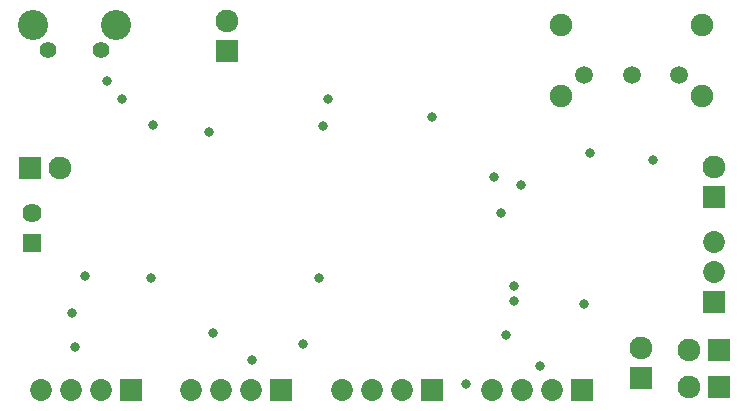
<source format=gbs>
%FSTAX23Y23*%
%MOIN*%
%SFA1B1*%

%IPPOS*%
%ADD56R,0.075910X0.075910*%
%ADD57C,0.075910*%
%ADD58C,0.059180*%
%ADD59C,0.075320*%
%ADD60R,0.075910X0.075910*%
%ADD61R,0.063750X0.063750*%
%ADD62C,0.063750*%
%ADD63C,0.055240*%
%ADD64C,0.100440*%
%ADD65R,0.072960X0.072960*%
%ADD66C,0.072960*%
%ADD67R,0.072960X0.072960*%
%ADD68C,0.031620*%
%LNxksoilsensor-1*%
%LPD*%
G54D56*
X02125Y00885D03*
X0237Y0149D03*
X00745Y01975D03*
G54D57*
X02125Y00985D03*
X02285Y0098D03*
Y00855D03*
X0019Y01585D03*
X0237Y0159D03*
X00745Y02075D03*
G54D58*
X02252Y01895D03*
X02095D03*
X01937D03*
G54D59*
X02331Y02062D03*
Y01826D03*
X01858D03*
Y02062D03*
G54D60*
X02385Y0098D03*
Y00855D03*
X0009Y01585D03*
G54D61*
X00095Y01335D03*
G54D62*
X00095Y01435D03*
G54D63*
X00325Y0198D03*
X00149D03*
G54D64*
X00099Y02062D03*
X00375D03*
G54D65*
X00425Y00845D03*
X00926D03*
X01428D03*
X0193D03*
G54D66*
X00325Y00845D03*
X00225D03*
X00125D03*
X00826D03*
X00726D03*
X00626D03*
X0237Y0124D03*
Y0134D03*
X01328Y00845D03*
X01228D03*
X01128D03*
X0183D03*
X0173D03*
X0163D03*
G54D67*
X0237Y0114D03*
G54D68*
X01543Y00867D03*
X01937Y01131D03*
X01702Y01141D03*
X01702Y01192D03*
X01675Y0103D03*
X01788Y00927D03*
X01957Y01636D03*
X02167Y01611D03*
X00828Y00947D03*
X007Y01037D03*
X00239Y0099D03*
X0023Y01101D03*
X00493Y0122D03*
X01054D03*
X0143Y01755D03*
X00686Y01706D03*
X01084Y01815D03*
X00396D03*
X01726Y0153D03*
X01Y01D03*
X00274Y01226D03*
X01661Y01435D03*
X00498Y01728D03*
X00345Y01875D03*
X01065Y01725D03*
X01637Y01556D03*
M02*
</source>
